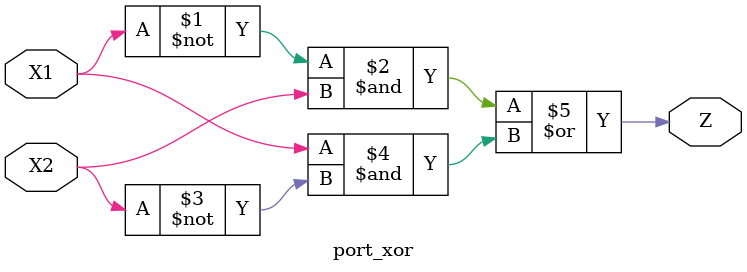
<source format=v>
`timescale 1ns / 1ps

module TopLevel;
  reg X1,X2;
  wire Z;
  port_xor port(X1,X2,Z);
  
  initial begin
    X1 = 1'b0; X2 = 1'b0; #50
    $display("X1 = %b, X2 = %b, Z = %b \n",X1,X2,Z);
    X1 = 1'b0; X2 = 1'b1; #50
    $display("X1 = %b, X2 = %b, Z = %b \n",X1,X2,Z);
    X1 = 1'b1; X2 = 1'b0; #50
    $display("X1 = %b, X2 = %b, Z = %b \n",X1,X2,Z);
    X1 = 1'b1; X2 = 1'b1; #50
    $display("X1 = %b, X2 = %b, Z = %b \n",X1,X2,Z);
    $finish;
    end
endmodule

module port_xor(X1,X2,Z);
    input X1,X2;
    output Z; wire Z;
    assign Z = ((~X1 & X2) | (X1 & ~X2));
endmodule

</source>
